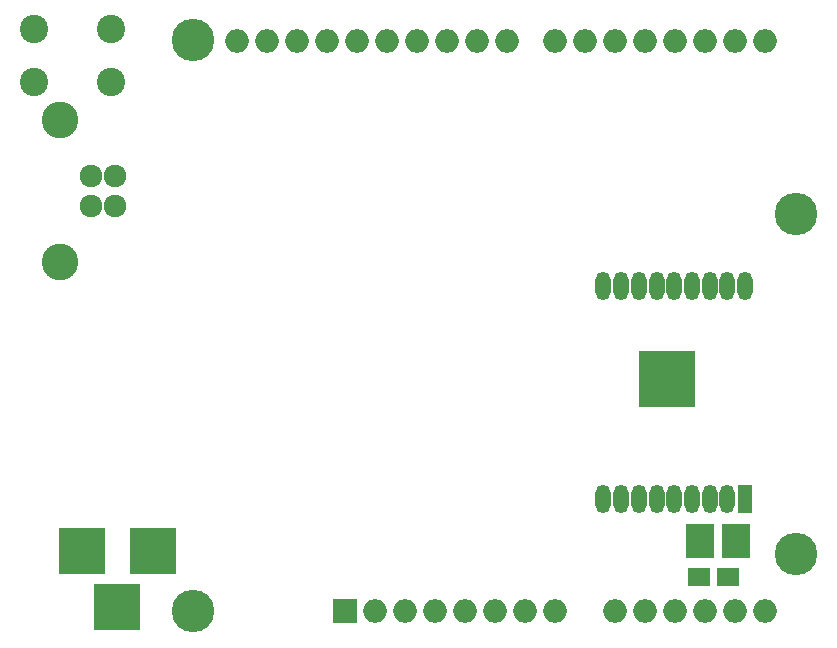
<source format=gbs>
%TF.GenerationSoftware,KiCad,Pcbnew,(2017-11-08 revision cd21218)-HEAD*%
%TF.CreationDate,2018-01-31T14:34:16+02:00*%
%TF.ProjectId,esp8266_uno,657370383236365F756E6F2E6B696361,rev?*%
%TF.SameCoordinates,Original*%
%TF.FileFunction,Soldermask,Bot*%
%TF.FilePolarity,Negative*%
%FSLAX46Y46*%
G04 Gerber Fmt 4.6, Leading zero omitted, Abs format (unit mm)*
G04 Created by KiCad (PCBNEW (2017-11-08 revision cd21218)-HEAD) date Wed Jan 31 14:34:16 2018*
%MOMM*%
%LPD*%
G01*
G04 APERTURE LIST*
%ADD10C,3.600000*%
%ADD11O,2.000000X2.000000*%
%ADD12R,2.000000X2.000000*%
%ADD13C,1.920000*%
%ADD14C,3.100000*%
%ADD15C,2.400000*%
%ADD16R,3.900000X3.900000*%
%ADD17R,1.900000X1.650000*%
%ADD18R,2.350000X2.900000*%
%ADD19O,1.300000X2.400000*%
%ADD20R,1.300000X2.400000*%
%ADD21R,4.700000X4.700000*%
G04 APERTURE END LIST*
D10*
%TO.C,REF\002A\002A*%
X125984000Y-130429000D03*
%TD*%
%TO.C,REF\002A\002A*%
X125984000Y-82042000D03*
%TD*%
%TO.C,REF\002A\002A*%
X177038000Y-96774000D03*
%TD*%
%TO.C,REF\002A\002A*%
X177038000Y-125603000D03*
%TD*%
D11*
%TO.C,A1*%
X129671000Y-82169000D03*
X132211000Y-82169000D03*
D12*
X138811000Y-130429000D03*
D11*
X169291000Y-82169000D03*
X141351000Y-130429000D03*
X166751000Y-82169000D03*
X143891000Y-130429000D03*
X164211000Y-82169000D03*
X146431000Y-130429000D03*
X161671000Y-82169000D03*
X148971000Y-130429000D03*
X159131000Y-82169000D03*
X151511000Y-130429000D03*
X156591000Y-82169000D03*
X154051000Y-130429000D03*
X152531000Y-82169000D03*
X156591000Y-130429000D03*
X149991000Y-82169000D03*
X161671000Y-130429000D03*
X147451000Y-82169000D03*
X164211000Y-130429000D03*
X144911000Y-82169000D03*
X166751000Y-130429000D03*
X142371000Y-82169000D03*
X169291000Y-130429000D03*
X139831000Y-82169000D03*
X171831000Y-130429000D03*
X137291000Y-82169000D03*
X174371000Y-130429000D03*
X134751000Y-82169000D03*
X174371000Y-82169000D03*
X171831000Y-82169000D03*
%TD*%
D13*
%TO.C,P1*%
X119380000Y-93599000D03*
X119380000Y-96139000D03*
X117380000Y-96139000D03*
X117380000Y-93599000D03*
D14*
X114680000Y-88869000D03*
X114680000Y-100869000D03*
%TD*%
D15*
%TO.C,SW1*%
X112522000Y-85653000D03*
X112522000Y-81153000D03*
X119022000Y-85653000D03*
X119022000Y-81153000D03*
%TD*%
D16*
%TO.C,J1*%
X122555000Y-125349000D03*
X116555000Y-125349000D03*
X119555000Y-130049000D03*
%TD*%
D17*
%TO.C,C9*%
X168803000Y-127508000D03*
X171303000Y-127508000D03*
%TD*%
D18*
%TO.C,C10*%
X171959000Y-124460000D03*
X168909000Y-124460000D03*
%TD*%
D19*
%TO.C,U4*%
X160720000Y-102904000D03*
X160720000Y-120904000D03*
D20*
X172720000Y-120904000D03*
D19*
X171220000Y-120904000D03*
X169720000Y-120904000D03*
X168220000Y-120904000D03*
X166720000Y-120904000D03*
X165220000Y-120904000D03*
X163720000Y-120904000D03*
X162220000Y-120904000D03*
X162220000Y-102904000D03*
X163720000Y-102904000D03*
X165220000Y-102904000D03*
X166720000Y-102904000D03*
X168220000Y-102904000D03*
X169720000Y-102904000D03*
X171220000Y-102904000D03*
X172720000Y-102904000D03*
D21*
X166140000Y-110784000D03*
%TD*%
M02*

</source>
